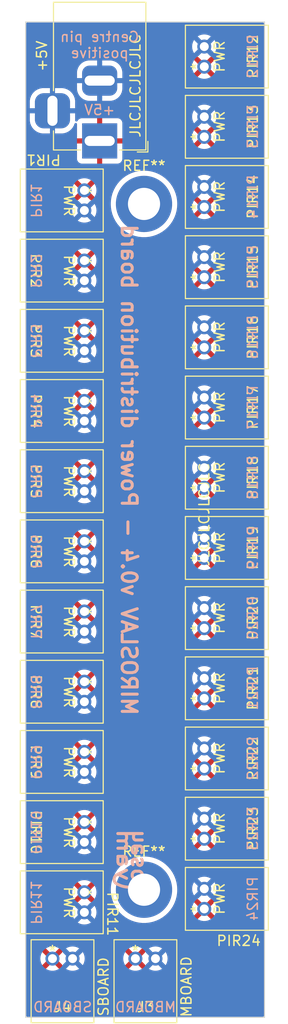
<source format=kicad_pcb>
(kicad_pcb (version 20240108) (generator "pcbnew") (generator_version "8.0")
  (layers (0 "F.Cu" signal) (31 "B.Cu" signal) (34 "B.Paste" user) (35 "F.Paste" user) (36 "B.SilkS" user "B.Silkscreen") (37 "F.SilkS" user "F.Silkscreen") (38 "B.Mask" user) (39 "F.Mask" user) (44 "Edge.Cuts" user))
  (net 0 "")
  (net 1 "+5V")
  (net 2 "GND")
  (footprint "miro-v04:TE_HDI_2_horiz_altsilk" (layer "F.Cu") (at 99.06 41.402001 -90)
    (property "Reference" "PIR1" (at -3.048001 4.064 180) (layer "F.SilkS"))
    (property "Value" "PWR" (at 1.016 1.524 -90) (layer "F.SilkS"))
    (fp_line (start -2.1242 6.377) (end 4.1242 6.377) (stroke (width 0.12)) (layer "F.SilkS"))
    (fp_line (start 4.1242 6.377) (end 4.1242 -1.878) (stroke (width 0.12)) (layer "F.SilkS"))
    (fp_line (start -2.1242 -1.878) (end -2.1242 6.377) (stroke (width 0.12)) (layer "F.SilkS"))
    (fp_line (start 4.1242 -1.878) (end -2.1242 -1.878) (stroke (width 0.12)) (layer "F.SilkS"))
    (fp_text user "${REFERENCE}" (at 1.016 4.826 -90) (layer "B.SilkS") (effects (justify mirror)))
    (fp_text user "*" (at 0 -0.762 90) (layer "F.SilkS"))
    (pad "1" thru_hole circle (at -0.000001 0 270) (size 1.397 1.397) (drill 0.889) (layers "*.Cu" "*.Mask") (net 1 "+5V"))
    (pad "2" thru_hole circle (at 2.000001 0 270) (size 1.397 1.397) (drill 0.889) (layers "*.Cu" "*.Mask") (net 2 "GND"))
  )
  (footprint "miro-v04:TE_HDI_2_horiz_altsilk" (layer "F.Cu") (at 99.06 55.372001 -90)
    (property "Reference" "PIR3" (at 1.016 4.826 -90) (layer "F.SilkS"))
    (property "Value" "PWR" (at 1.016 1.524 -90) (layer "F.SilkS"))
    (fp_line (start -2.1242 6.377) (end 4.1242 6.377) (stroke (width 0.12)) (layer "F.SilkS"))
    (fp_line (start 4.1242 6.377) (end 4.1242 -1.878) (stroke (width 0.12)) (layer "F.SilkS"))
    (fp_line (start -2.1242 -1.878) (end -2.1242 6.377) (stroke (width 0.12)) (layer "F.SilkS"))
    (fp_line (start 4.1242 -1.878) (end -2.1242 -1.878) (stroke (width 0.12)) (layer "F.SilkS"))
    (fp_text user "${REFERENCE}" (at 1.016 4.826 -90) (layer "B.SilkS") (effects (justify mirror)))
    (fp_text user "*" (at 0 -0.762 90) (layer "F.SilkS"))
    (pad "1" thru_hole circle (at -0.000001 0 270) (size 1.397 1.397) (drill 0.889) (layers "*.Cu" "*.Mask") (net 1 "+5V"))
    (pad "2" thru_hole circle (at 2.000001 0 270) (size 1.397 1.397) (drill 0.889) (layers "*.Cu" "*.Mask") (net 2 "GND"))
  )
  (footprint "miro-v04:TE_HDI_2_horiz_altsilk" (layer "F.Cu") (at 99.06 62.357 -90)
    (property "Reference" "PIR4" (at 1.016 4.826 -90) (layer "F.SilkS"))
    (property "Value" "PWR" (at 1.016 1.524 -90) (layer "F.SilkS"))
    (fp_line (start -2.1242 6.377) (end 4.1242 6.377) (stroke (width 0.12)) (layer "F.SilkS"))
    (fp_line (start 4.1242 6.377) (end 4.1242 -1.878) (stroke (width 0.12)) (layer "F.SilkS"))
    (fp_line (start -2.1242 -1.878) (end -2.1242 6.377) (stroke (width 0.12)) (layer "F.SilkS"))
    (fp_line (start 4.1242 -1.878) (end -2.1242 -1.878) (stroke (width 0.12)) (layer "F.SilkS"))
    (fp_text user "${REFERENCE}" (at 1.016 4.826 -90) (layer "B.SilkS") (effects (justify mirror)))
    (fp_text user "*" (at 0 -0.762 90) (layer "F.SilkS"))
    (pad "1" thru_hole circle (at -0.000001 0 270) (size 1.397 1.397) (drill 0.889) (layers "*.Cu" "*.Mask") (net 1 "+5V"))
    (pad "2" thru_hole circle (at 2.000001 0 270) (size 1.397 1.397) (drill 0.889) (layers "*.Cu" "*.Mask") (net 2 "GND"))
  )
  (footprint "miro-v04:TE_HDI_2_horiz_altsilk" (layer "F.Cu") (at 99.06 69.342 -90)
    (property "Reference" "PIR5" (at 1.016 4.826 -90) (layer "F.SilkS"))
    (property "Value" "PWR" (at 1.016 1.524 -90) (layer "F.SilkS"))
    (fp_line (start -2.1242 6.377) (end 4.1242 6.377) (stroke (width 0.12)) (layer "F.SilkS"))
    (fp_line (start 4.1242 6.377) (end 4.1242 -1.878) (stroke (width 0.12)) (layer "F.SilkS"))
    (fp_line (start -2.1242 -1.878) (end -2.1242 6.377) (stroke (width 0.12)) (layer "F.SilkS"))
    (fp_line (start 4.1242 -1.878) (end -2.1242 -1.878) (stroke (width 0.12)) (layer "F.SilkS"))
    (fp_text user "${REFERENCE}" (at 1.016 4.826 -90) (layer "B.SilkS") (effects (justify mirror)))
    (fp_text user "*" (at 0 -0.762 90) (layer "F.SilkS"))
    (pad "1" thru_hole circle (at -0.000001 0 270) (size 1.397 1.397) (drill 0.889) (layers "*.Cu" "*.Mask") (net 1 "+5V"))
    (pad "2" thru_hole circle (at 2.000001 0 270) (size 1.397 1.397) (drill 0.889) (layers "*.Cu" "*.Mask") (net 2 "GND"))
  )
  (footprint "miro-v04:TE_HDI_2_horiz_altsilk" (layer "F.Cu") (at 99.06 76.327 -90)
    (property "Reference" "PIR6" (at 1.016 4.826 -90) (layer "F.SilkS"))
    (property "Value" "PWR" (at 1.016 1.524 -90) (layer "F.SilkS"))
    (fp_line (start -2.1242 6.377) (end 4.1242 6.377) (stroke (width 0.12)) (layer "F.SilkS"))
    (fp_line (start 4.1242 6.377) (end 4.1242 -1.878) (stroke (width 0.12)) (layer "F.SilkS"))
    (fp_line (start -2.1242 -1.878) (end -2.1242 6.377) (stroke (width 0.12)) (layer "F.SilkS"))
    (fp_line (start 4.1242 -1.878) (end -2.1242 -1.878) (stroke (width 0.12)) (layer "F.SilkS"))
    (fp_text user "${REFERENCE}" (at 1.016 4.826 -90) (layer "B.SilkS") (effects (justify mirror)))
    (fp_text user "*" (at 0 -0.762 90) (layer "F.SilkS"))
    (pad "1" thru_hole circle (at -0.000001 0 270) (size 1.397 1.397) (drill 0.889) (layers "*.Cu" "*.Mask") (net 1 "+5V"))
    (pad "2" thru_hole circle (at 2.000001 0 270) (size 1.397 1.397) (drill 0.889) (layers "*.Cu" "*.Mask") (net 2 "GND"))
  )
  (footprint "miro-v04:TE_HDI_2_horiz_altsilk" (layer "F.Cu") (at 99.06 83.312 -90)
    (property "Reference" "PIR7" (at 1.016 4.826 -90) (layer "F.SilkS"))
    (property "Value" "PWR" (at 1.016 1.524 -90) (layer "F.SilkS"))
    (fp_line (start -2.1242 6.377) (end 4.1242 6.377) (stroke (width 0.12)) (layer "F.SilkS"))
    (fp_line (start 4.1242 6.377) (end 4.1242 -1.878) (stroke (width 0.12)) (layer "F.SilkS"))
    (fp_line (start -2.1242 -1.878) (end -2.1242 6.377) (stroke (width 0.12)) (layer "F.SilkS"))
    (fp_line (start 4.1242 -1.878) (end -2.1242 -1.878) (stroke (width 0.12)) (layer "F.SilkS"))
    (fp_text user "${REFERENCE}" (at 1.016 4.826 -90) (layer "B.SilkS") (effects (justify mirror)))
    (fp_text user "*" (at 0 -0.762 90) (layer "F.SilkS"))
    (pad "1" thru_hole circle (at -0.000001 0 270) (size 1.397 1.397) (drill 0.889) (layers "*.Cu" "*.Mask") (net 1 "+5V"))
    (pad "2" thru_hole circle (at 2.000001 0 270) (size 1.397 1.397) (drill 0.889) (layers "*.Cu" "*.Mask") (net 2 "GND"))
  )
  (footprint "miro-v04:TE_HDI_2_horiz_altsilk" (layer "F.Cu") (at 99.06 90.297 -90)
    (property "Reference" "PIR8" (at 1.016 4.826 -90) (layer "F.SilkS"))
    (property "Value" "PWR" (at 1.016 1.524 -90) (layer "F.SilkS"))
    (fp_line (start -2.1242 6.377) (end 4.1242 6.377) (stroke (width 0.12)) (layer "F.SilkS"))
    (fp_line (start 4.1242 6.377) (end 4.1242 -1.878) (stroke (width 0.12)) (layer "F.SilkS"))
    (fp_line (start -2.1242 -1.878) (end -2.1242 6.377) (stroke (width 0.12)) (layer "F.SilkS"))
    (fp_line (start 4.1242 -1.878) (end -2.1242 -1.878) (stroke (width 0.12)) (layer "F.SilkS"))
    (fp_text user "${REFERENCE}" (at 1.016 4.826 -90) (layer "B.SilkS") (effects (justify mirror)))
    (fp_text user "*" (at 0 -0.762 90) (layer "F.SilkS"))
    (pad "1" thru_hole circle (at -0.000001 0 270) (size 1.397 1.397) (drill 0.889) (layers "*.Cu" "*.Mask") (net 1 "+5V"))
    (pad "2" thru_hole circle (at 2.000001 0 270) (size 1.397 1.397) (drill 0.889) (layers "*.Cu" "*.Mask") (net 2 "GND"))
  )
  (footprint "miro-v04:TE_HDI_2_horiz_altsilk" (layer "F.Cu") (at 99.06 97.282 -90)
    (property "Reference" "PIR9" (at 1.016 4.826 -90) (layer "F.SilkS"))
    (property "Value" "PWR" (at 1.016 1.524 -90) (layer "F.SilkS"))
    (fp_line (start -2.1242 6.377) (end 4.1242 6.377) (stroke (width 0.12)) (layer "F.SilkS"))
    (fp_line (start 4.1242 6.377) (end 4.1242 -1.878) (stroke (width 0.12)) (layer "F.SilkS"))
    (fp_line (start -2.1242 -1.878) (end -2.1242 6.377) (stroke (width 0.12)) (layer "F.SilkS"))
    (fp_line (start 4.1242 -1.878) (end -2.1242 -1.878) (stroke (width 0.12)) (layer "F.SilkS"))
    (fp_text user "${REFERENCE}" (at 1.016 4.826 -90) (layer "B.SilkS") (effects (justify mirror)))
    (fp_text user "*" (at 0 -0.762 90) (layer "F.SilkS"))
    (pad "1" thru_hole circle (at -0.000001 0 270) (size 1.397 1.397) (drill 0.889) (layers "*.Cu" "*.Mask") (net 1 "+5V"))
    (pad "2" thru_hole circle (at 2.000001 0 270) (size 1.397 1.397) (drill 0.889) (layers "*.Cu" "*.Mask") (net 2 "GND"))
  )
  (footprint "miro-v04:TE_HDI_2_horiz_altsilk" (layer "F.Cu") (at 99.06 104.267 -90)
    (property "Reference" "PIR10" (at 1.016 4.826 -90) (layer "F.SilkS"))
    (property "Value" "PWR" (at 1.016 1.524 -90) (layer "F.SilkS"))
    (fp_line (start -2.1242 6.377) (end 4.1242 6.377) (stroke (width 0.12)) (layer "F.SilkS"))
    (fp_line (start 4.1242 6.377) (end 4.1242 -1.878) (stroke (width 0.12)) (layer "F.SilkS"))
    (fp_line (start -2.1242 -1.878) (end -2.1242 6.377) (stroke (width 0.12)) (layer "F.SilkS"))
    (fp_line (start 4.1242 -1.878) (end -2.1242 -1.878) (stroke (width 0.12)) (layer "F.SilkS"))
    (fp_text user "${REFERENCE}" (at 1.016 4.826 -90) (layer "B.SilkS") (effects (justify mirror)))
    (fp_text user "*" (at 0 -0.762 90) (layer "F.SilkS"))
    (pad "1" thru_hole circle (at -0.000001 0 270) (size 1.397 1.397) (drill 0.889) (layers "*.Cu" "*.Mask") (net 1 "+5V"))
    (pad "2" thru_hole circle (at 2.000001 0 270) (size 1.397 1.397) (drill 0.889) (layers "*.Cu" "*.Mask") (net 2 "GND"))
  )
  (footprint "Connector_BarrelJack:BarrelJack_Horizontal" (layer "F.Cu") (at 100.585 36.48 -90)
    (property "Reference" "+5V" (at -8.45 5.75 90) (layer "F.SilkS"))
    (property "Value" "PWR IN")
    (fp_line (start -13.8 4.6) (end -13.8 -4.6) (stroke (width 0.12)) (layer "F.SilkS"))
    (fp_line (start -5 4.6) (end -13.8 4.6) (stroke (width 0.12)) (layer "F.SilkS"))
    (fp_line (start 0.9 4.6) (end -1 4.6) (stroke (width 0.12)) (layer "F.SilkS"))
    (fp_line (start 0.9 1.9) (end 0.9 4.6) (stroke (width 0.12)) (layer "F.SilkS"))
    (fp_line (start 1.1 -3.75) (end 1.1 -4.8) (stroke (width 0.12)) (layer "F.SilkS"))
    (fp_line (start -13.8 -4.6) (end 0.9 -4.6) (stroke (width 0.12)) (layer "F.SilkS"))
    (fp_line (start 0.9 -4.6) (end 0.9 -2) (stroke (width 0.12)) (layer "F.SilkS"))
    (fp_line (start 0.05 -4.8) (end 1.1 -4.8) (stroke (width 0.12)) (layer "F.SilkS"))
    (pad "1" thru_hole rect (at 0 0 270) (size 3.5 3.5) (drill oval 1 3) (layers "*.Cu" "*.Mask") (net 1 "+5V"))
    (pad "2" thru_hole roundrect (at -6 0 270) (size 3 3.5) (drill oval 1 3) (layers "*.Cu" "*.Mask") (net 2 "GND"))
    (pad "3" thru_hole roundrect (at -3 4.7 270) (size 3.5 3.5) (drill oval 3 1) (layers "*.Cu" "*.Mask") (net 2 "GND"))
  )
  (footprint "miro-v04:TE_HDI_2_horiz_altsilk" (layer "F.Cu") (at 99.06 48.387 -90)
    (property "Reference" "PIR2" (at 1.016 4.826 -90) (layer "F.SilkS"))
    (property "Value" "PWR" (at 1.016 1.524 -90) (layer "F.SilkS"))
    (fp_line (start -2.1242 6.377) (end 4.1242 6.377) (stroke (width 0.12)) (layer "F.SilkS"))
    (fp_line (start 4.1242 6.377) (end 4.1242 -1.878) (stroke (width 0.12)) (layer "F.SilkS"))
    (fp_line (start -2.1242 -1.878) (end -2.1242 6.377) (stroke (width 0.12)) (layer "F.SilkS"))
    (fp_line (start 4.1242 -1.878) (end -2.1242 -1.878) (stroke (width 0.12)) (layer "F.SilkS"))
    (fp_text user "${REFERENCE}" (at 1.016 4.826 -90) (layer "B.SilkS") (effects (justify mirror)))
    (fp_text user "*" (at 0 -0.762 90) (layer "F.SilkS"))
    (pad "1" thru_hole circle (at -0.000001 0 270) (size 1.397 1.397) (drill 0.889) (layers "*.Cu" "*.Mask") (net 1 "+5V"))
    (pad "2" thru_hole circle (at 2.000001 0 270) (size 1.397 1.397) (drill 0.889) (layers "*.Cu" "*.Mask") (net 2 "GND"))
  )
  (footprint "miro-v04:TE_HDI_2_horiz_altsilk" (layer "F.Cu") (at 111 50.044998 90)
    (property "Reference" "PIR15" (at 1.016 4.826 90) (layer "F.SilkS"))
    (property "Value" "PWR" (at 1.016 1.524 90) (layer "F.SilkS"))
    (fp_line (start 4.1242 -1.878) (end -2.1242 -1.878) (stroke (width 0.12)) (layer "F.SilkS"))
    (fp_line (start -2.1242 -1.878) (end -2.1242 6.377) (stroke (width 0.12)) (layer "F.SilkS"))
    (fp_line (start 4.1242 6.377) (end 4.1242 -1.878) (stroke (width 0.12)) (layer "F.SilkS"))
    (fp_line (start -2.1242 6.377) (end 4.1242 6.377) (stroke (width 0.12)) (layer "F.SilkS"))
    (fp_text user "${REFERENCE}" (at 1.016 4.826 90) (layer "B.SilkS") (effects (justify mirror)))
    (fp_text user "*" (at 0 -0.762 90) (layer "F.SilkS"))
    (pad "1" thru_hole circle (at -0.000001 0 90) (size 1.397 1.397) (drill 0.889) (layers "*.Cu" "*.Mask") (net 1 "+5V"))
    (pad "2" thru_hole circle (at 2.000001 0 90) (size 1.397 1.397) (drill 0.889) (layers "*.Cu" "*.Mask") (net 2 "GND"))
  )
  (footprint "miro-v04:TE_HDI_2_horiz_altsilk" (layer "F.Cu") (at 95.885 117.856)
    (property "Reference" "J4" (at 1.016 4.826 0) (layer "F.SilkS"))
    (property "Value" "SBOARD" (at 5.08 2.794 90) (layer "F.SilkS"))
    (fp_line (start -2.1242 -1.878) (end -2.1242 6.377) (stroke (width 0.12)) (layer "F.SilkS"))
    (fp_line (start -2.1242 6.377) (end 4.1242 6.377) (stroke (width 0.12)) (layer "F.SilkS"))
    (fp_line (start 4.1242 -1.878) (end -2.1242 -1.878) (stroke (width 0.12)) (layer "F.SilkS"))
    (fp_line (start 4.1242 6.377) (end 4.1242 -1.878) (stroke (width 0.12)) (layer "F.SilkS"))
    (fp_text user "SBOARD" (at 1.016 4.826 0) (layer "B.SilkS") (effects (justify mirror)))
    (fp_text user "*" (at 0 -0.762 0) (layer "F.SilkS"))
    (pad "1" thru_hole circle (at -0.000001 0) (size 1.397 1.397) (drill 0.889) (layers "*.Cu" "*.Mask") (net 1 "+5V"))
    (pad "2" thru_hole circle (at 2.000001 0) (size 1.397 1.397) (drill 0.889) (layers "*.Cu" "*.Mask") (net 2 "GND"))
  )
  (footprint "miro-v04:TE_HDI_2_horiz_altsilk" (layer "F.Cu") (at 111 70.999999 90)
    (property "Reference" "PIR18" (at 1.016 4.826 90) (layer "F.SilkS"))
    (property "Value" "PWR" (at 1.016 1.524 90) (layer "F.SilkS"))
    (fp_line (start 4.1242 -1.878) (end -2.1242 -1.878) (stroke (width 0.12)) (layer "F.SilkS"))
    (fp_line (start -2.1242 -1.878) (end -2.1242 6.377) (stroke (width 0.12)) (layer "F.SilkS"))
    (fp_line (start 4.1242 6.377) (end 4.1242 -1.878) (stroke (width 0.12)) (layer "F.SilkS"))
    (fp_line (start -2.1242 6.377) (end 4.1242 6.377) (stroke (width 0.12)) (layer "F.SilkS"))
    (fp_text user "${REFERENCE}" (at 1.016 4.826 90) (layer "B.SilkS") (effects (justify mirror)))
    (fp_text user "*" (at 0 -0.762 90) (layer "F.SilkS"))
    (pad "1" thru_hole circle (at -0.000001 0 90) (size 1.397 1.397) (drill 0.889) (layers "*.Cu" "*.Mask") (net 1 "+5V"))
    (pad "2" thru_hole circle (at 2.000001 0 90) (size 1.397 1.397) (drill 0.889) (layers "*.Cu" "*.Mask") (net 2 "GND"))
  )
  (footprint "miro-v04:TE_HDI_2_horiz_altsilk" (layer "F.Cu") (at 111 98.939999 90)
    (property "Reference" "PIR22" (at 1.016 4.826 90) (layer "F.SilkS"))
    (property "Value" "PWR" (at 1.016 1.524 90) (layer "F.SilkS"))
    (fp_line (start 4.1242 -1.878) (end -2.1242 -1.878) (stroke (width 0.12)) (layer "F.SilkS"))
    (fp_line (start -2.1242 -1.878) (end -2.1242 6.377) (stroke (width 0.12)) (layer "F.SilkS"))
    (fp_line (start 4.1242 6.377) (end 4.1242 -1.878) (stroke (width 0.12)) (layer "F.SilkS"))
    (fp_line (start -2.1242 6.377) (end 4.1242 6.377) (stroke (width 0.12)) (layer "F.SilkS"))
    (fp_text user "${REFERENCE}" (at 1.016 4.826 90) (layer "B.SilkS") (effects (justify mirror)))
    (fp_text user "*" (at 0 -0.762 90) (layer "F.SilkS"))
    (pad "1" thru_hole circle (at -0.000001 0 90) (size 1.397 1.397) (drill 0.889) (layers "*.Cu" "*.Mask") (net 1 "+5V"))
    (pad "2" thru_hole circle (at 2.000001 0 90) (size 1.397 1.397) (drill 0.889) (layers "*.Cu" "*.Mask") (net 2 "GND"))
  )
  (footprint "miro-v04:TE_HDI_2_horiz_altsilk" (layer "F.Cu") (at 111 84.969999 90)
    (property "Reference" "PIR20" (at 1.016 4.826 90) (layer "F.SilkS"))
    (property "Value" "PWR" (at 1.016 1.524 90) (layer "F.SilkS"))
    (fp_line (start 4.1242 -1.878) (end -2.1242 -1.878) (stroke (width 0.12)) (layer "F.SilkS"))
    (fp_line (start -2.1242 -1.878) (end -2.1242 6.377) (stroke (width 0.12)) (layer "F.SilkS"))
    (fp_line (start 4.1242 6.377) (end 4.1242 -1.878) (stroke (width 0.12)) (layer "F.SilkS"))
    (fp_line (start -2.1242 6.377) (end 4.1242 6.377) (stroke (width 0.12)) (layer "F.SilkS"))
    (fp_text user "${REFERENCE}" (at 1.016 4.826 90) (layer "B.SilkS") (effects (justify mirror)))
    (fp_text user "*" (at 0 -0.762 90) (layer "F.SilkS"))
    (pad "1" thru_hole circle (at -0.000001 0 90) (size 1.397 1.397) (drill 0.889) (layers "*.Cu" "*.Mask") (net 1 "+5V"))
    (pad "2" thru_hole circle (at 2.000001 0 90) (size 1.397 1.397) (drill 0.889) (layers "*.Cu" "*.Mask") (net 2 "GND"))
  )
  (footprint "miro-v04:TE_HDI_2_horiz_altsilk" (layer "F.Cu") (at 104.140001 117.856)
    (property "Reference" "J3" (at 1.016 4.826 0) (layer "F.SilkS"))
    (property "Value" "MBOARD" (at 5.079999 2.794 90) (layer "F.SilkS"))
    (fp_line (start -2.1242 -1.878) (end -2.1242 6.377) (stroke (width 0.12)) (layer "F.SilkS"))
    (fp_line (start -2.1242 6.377) (end 4.1242 6.377) (stroke (width 0.12)) (layer "F.SilkS"))
    (fp_line (start 4.1242 -1.878) (end -2.1242 -1.878) (stroke (width 0.12)) (layer "F.SilkS"))
    (fp_line (start 4.1242 6.377) (end 4.1242 -1.878) (stroke (width 0.12)) (layer "F.SilkS"))
    (fp_text user "MBOARD" (at 1.016 4.826 0) (layer "B.SilkS") (effects (justify mirror)))
    (fp_text user "*" (at 0 -0.762 0) (layer "F.SilkS"))
    (pad "1" thru_hole circle (at -0.000001 0) (size 1.397 1.397) (drill 0.889) (layers "*.Cu" "*.Mask") (net 1 "+5V"))
    (pad "2" thru_hole circle (at 2.000001 0) (size 1.397 1.397) (drill 0.889) (layers "*.Cu" "*.Mask") (net 2 "GND"))
  )
  (footprint "miro-v04:TE_HDI_2_horiz_altsilk" (layer "F.Cu") (at 111 36.074999 90)
    (property "Reference" "PIR13" (at 1.016 4.826 90) (layer "F.SilkS"))
    (property "Value" "PWR" (at 1.016 1.524 90) (layer "F.SilkS"))
    (fp_line (start 4.1242 -1.878) (end -2.1242 -1.878) (stroke (width 0.12)) (layer "F.SilkS"))
    (fp_line (start -2.1242 -1.878) (end -2.1242 6.377) (stroke (width 0.12)) (layer "F.SilkS"))
    (fp_line (start 4.1242 6.377) (end 4.1242 -1.878) (stroke (width 0.12)) (layer "F.SilkS"))
    (fp_line (start -2.1242 6.377) (end 4.1242 6.377) (stroke (width 0.12)) (layer "F.SilkS"))
    (fp_text user "${REFERENCE}" (at 1.016 4.826 90) (layer "B.SilkS") (effects (justify mirror)))
    (fp_text user "*" (at 0 -0.762 90) (layer "F.SilkS"))
    (pad "1" thru_hole circle (at -0.000001 0 90) (size 1.397 1.397) (drill 0.889) (layers "*.Cu" "*.Mask") (net 1 "+5V"))
    (pad "2" thru_hole circle (at 2.000001 0 90) (size 1.397 1.397) (drill 0.889) (layers "*.Cu" "*.Mask") (net 2 "GND"))
  )
  (footprint "miro-v04:TE_HDI_2_horiz_altsilk" (layer "F.Cu") (at 111 77.984998 90)
    (property "Reference" "PIR19" (at 1.016 4.826 90) (layer "F.SilkS"))
    (property "Value" "PWR" (at 1.016 1.524 90) (layer "F.SilkS"))
    (fp_line (start 4.1242 -1.878) (end -2.1242 -1.878) (stroke (width 0.12)) (layer "F.SilkS"))
    (fp_line (start -2.1242 -1.878) (end -2.1242 6.377) (stroke (width 0.12)) (layer "F.SilkS"))
    (fp_line (start 4.1242 6.377) (end 4.1242 -1.878) (stroke (width 0.12)) (layer "F.SilkS"))
    (fp_line (start -2.1242 6.377) (end 4.1242 6.377) (stroke (width 0.12)) (layer "F.SilkS"))
    (fp_text user "${REFERENCE}" (at 1.016 4.826 90) (layer "B.SilkS") (effects (justify mirror)))
    (fp_text user "*" (at 0 -0.762 90) (layer "F.SilkS"))
    (pad "1" thru_hole circle (at -0.000001 0 90) (size 1.397 1.397) (drill 0.889) (layers "*.Cu" "*.Mask") (net 1 "+5V"))
    (pad "2" thru_hole circle (at 2.000001 0 90) (size 1.397 1.397) (drill 0.889) (layers "*.Cu" "*.Mask") (net 2 "GND"))
  )
  (footprint "miro-v04:TE_HDI_2_horiz_altsilk" (layer "F.Cu") (at 111 91.954999 90)
    (property "Reference" "PIR21" (at 1.016 4.826 90) (layer "F.SilkS"))
    (property "Value" "PWR" (at 1.016 1.524 90) (layer "F.SilkS"))
    (fp_line (start 4.1242 -1.878) (end -2.1242 -1.878) (stroke (width 0.12)) (layer "F.SilkS"))
    (fp_line (start -2.1242 -1.878) (end -2.1242 6.377) (stroke (width 0.12)) (layer "F.SilkS"))
    (fp_line (start 4.1242 6.377) (end 4.1242 -1.878) (stroke (width 0.12)) (layer "F.SilkS"))
    (fp_line (start -2.1242 6.377) (end 4.1242 6.377) (stroke (width 0.12)) (layer "F.SilkS"))
    (fp_text user "${REFERENCE}" (at 1.016 4.826 90) (layer "B.SilkS") (effects (justify mirror)))
    (fp_text user "*" (at 0 -0.762 90) (layer "F.SilkS"))
    (pad "1" thru_hole circle (at -0.000001 0 90) (size 1.397 1.397) (drill 0.889) (layers "*.Cu" "*.Mask") (net 1 "+5V"))
    (pad "2" thru_hole circle (at 2.000001 0 90) (size 1.397 1.397) (drill 0.889) (layers "*.Cu" "*.Mask") (net 2 "GND"))
  )
  (footprint "miro-v04:TE_HDI_2_horiz_altsilk" (layer "F.Cu") (at 111 57.029999 90)
    (property "Reference" "PIR16" (at 1.016 4.826 90) (layer "F.SilkS"))
    (property "Value" "PWR" (at 1.016 1.524 90) (layer "F.SilkS"))
    (fp_line (start 4.1242 -1.878) (end -2.1242 -1.878) (stroke (width 0.12)) (layer "F.SilkS"))
    (fp_line (start -2.1242 -1.878) (end -2.1242 6.377) (stroke (width 0.12)) (layer "F.SilkS"))
    (fp_line (start 4.1242 6.377) (end 4.1242 -1.878) (stroke (width 0.12)) (layer "F.SilkS"))
    (fp_line (start -2.1242 6.377) (end 4.1242 6.377) (stroke (width 0.12)) (layer "F.SilkS"))
    (fp_text user "${REFERENCE}" (at 1.016 4.826 90) (layer "B.SilkS") (effects (justify mirror)))
    (fp_text user "*" (at 0 -0.762 90) (layer "F.SilkS"))
    (pad "1" thru_hole circle (at -0.000001 0 90) (size 1.397 1.397) (drill 0.889) (layers "*.Cu" "*.Mask") (net 1 "+5V"))
    (pad "2" thru_hole circle (at 2.000001 0 90) (size 1.397 1.397) (drill 0.889) (layers "*.Cu" "*.Mask") (net 2 "GND"))
  )
  (footprint "miro-v04:TE_HDI_2_horiz_altsilk" (layer "F.Cu") (at 111 112.909998 90)
    (property "Reference" "PIR24" (at -3.175001 3.429 0) (layer "F.SilkS"))
    (property "Value" "PWR" (at 1.016 1.524 90) (layer "F.SilkS"))
    (fp_line (start 4.1242 -1.878) (end -2.1242 -1.878) (stroke (width 0.12)) (layer "F.SilkS"))
    (fp_line (start -2.1242 -1.878) (end -2.1242 6.377) (stroke (width 0.12)) (layer "F.SilkS"))
    (fp_line (start 4.1242 6.377) (end 4.1242 -1.878) (stroke (width 0.12)) (layer "F.SilkS"))
    (fp_line (start -2.1242 6.377) (end 4.1242 6.377) (stroke (width 0.12)) (layer "F.SilkS"))
    (fp_text user "${REFERENCE}" (at 1.016 4.826 90) (layer "B.SilkS") (effects (justify mirror)))
    (fp_text user "*" (at 0 -0.762 90) (layer "F.SilkS"))
    (pad "1" thru_hole circle (at -0.000001 0 90) (size 1.397 1.397) (drill 0.889) (layers "*.Cu" "*.Mask") (net 1 "+5V"))
    (pad "2" thru_hole circle (at 2.000001 0 90) (size 1.397 1.397) (drill 0.889) (layers "*.Cu" "*.Mask") (net 2 "GND"))
  )
  (footprint "miro-v04:TE_HDI_2_horiz_altsilk" (layer "F.Cu") (at 111 43.059999 90)
    (property "Reference" "PIR14" (at 1.016 4.826 90) (layer "F.SilkS"))
    (property "Value" "PWR" (at 1.016 1.524 90) (layer "F.SilkS"))
    (fp_line (start 4.1242 -1.878) (end -2.1242 -1.878) (stroke (width 0.12)) (layer "F.SilkS"))
    (fp_line (start -2.1242 -1.878) (end -2.1242 6.377) (stroke (width 0.12)) (layer "F.SilkS"))
    (fp_line (start 4.1242 6.377) (end 4.1242 -1.878) (stroke (width 0.12)) (layer "F.SilkS"))
    (fp_line (start -2.1242 6.377) (end 4.1242 6.377) (stroke (width 0.12)) (layer "F.SilkS"))
    (fp_text user "${REFERENCE}" (at 1.016 4.826 90) (layer "B.SilkS") (effects (justify mirror)))
    (fp_text user "*" (at 0 -0.762 90) (layer "F.SilkS"))
    (pad "1" thru_hole circle (at -0.000001 0 90) (size 1.397 1.397) (drill 0.889) (layers "*.Cu" "*.Mask") (net 1 "+5V"))
    (pad "2" thru_hole circle (at 2.000001 0 90) (size 1.397 1.397) (drill 0.889) (layers "*.Cu" "*.Mask") (net 2 "GND"))
  )
  (footprint "miro-v04:TE_HDI_2_horiz_altsilk" (layer "F.Cu") (at 111 64.014998 90)
    (property "Reference" "PIR17" (at 1.016 4.826 90) (layer "F.SilkS"))
    (property "Value" "PWR" (at 1.016 1.524 90) (layer "F.SilkS"))
    (fp_line (start 4.1242 -1.878) (end -2.1242 -1.878) (stroke (width 0.12)) (layer "F.SilkS"))
    (fp_line (start -2.1242 -1.878) (end -2.1242 6.377) (stroke (width 0.12)) (layer "F.SilkS"))
    (fp_line (start 4.1242 6.377) (end 4.1242 -1.878) (stroke (width 0.12)) (layer "F.SilkS"))
    (fp_line (start -2.1242 6.377) (end 4.1242 6.377) (stroke (width 0.12)) (layer "F.SilkS"))
    (fp_text user "${REFERENCE}" (at 1.016 4.826 90) (layer "B.SilkS") (effects (justify mirror)))
    (fp_text user "*" (at 0 -0.762 90) (layer "F.SilkS"))
    (pad "1" thru_hole circle (at -0.000001 0 90) (size 1.397 1.397) (drill 0.889) (layers "*.Cu" "*.Mask") (net 1 "+5V"))
    (pad "2" thru_hole circle (at 2.000001 0 90) (size 1.397 1.397) (drill 0.889) (layers "*.Cu" "*.Mask") (net 2 "GND"))
  )
  (footprint "miro-v04:TE_HDI_2_horiz_altsilk" (layer "F.Cu") (at 111 105.924999 90)
    (property "Reference" "PIR23" (at 1.016 4.826 90) (layer "F.SilkS"))
    (property "Value" "PWR" (at 1.016 1.524 90) (layer "F.SilkS"))
    (fp_line (start 4.1242 -1.878) (end -2.1242 -1.878) (stroke (width 0.12)) (layer "F.SilkS"))
    (fp_line (start -2.1242 -1.878) (end -2.1242 6.377) (stroke (width 0.12)) (layer "F.SilkS"))
    (fp_line (start 4.1242 6.377) (end 4.1242 -1.878) (stroke (width 0.12)) (layer "F.SilkS"))
    (fp_line (start -2.1242 6.377) (end 4.1242 6.377) (stroke (width 0.12)) (layer "F.SilkS"))
    (fp_text user "${REFERENCE}" (at 1.016 4.826 90) (layer "B.SilkS") (effects (justify mirror)))
    (fp_text user "*" (at 0 -0.762 90) (layer "F.SilkS"))
    (pad "1" thru_hole circle (at -0.000001 0 90) (size 1.397 1.397) (drill 0.889) (layers "*.Cu" "*.Mask") (net 1 "+5V"))
    (pad "2" thru_hole circle (at 2.000001 0 90) (size 1.397 1.397) (drill 0.889) (layers "*.Cu" "*.Mask") (net 2 "GND"))
  )
  (footprint "miro-v04:TE_HDI_2_horiz_altsilk" (layer "F.Cu") (at 111 29.089999 90)
    (property "Reference" "PIR12" (at 1.016 4.826 90) (layer "F.SilkS"))
    (property "Value" "PWR" (at 1.016 1.524 90) (layer "F.SilkS"))
    (fp_line (start 4.1242 -1.878) (end -2.1242 -1.878) (stroke (width 0.12)) (layer "F.SilkS"))
    (fp_line (start -2.1242 -1.878) (end -2.1242 6.377) (stroke (width 0.12)) (layer "F.SilkS"))
    (fp_line (start 4.1242 6.377) (end 4.1242 -1.878) (stroke (width 0.12)) (layer "F.SilkS"))
    (fp_line (start -2.1242 6.377) (end 4.1242 6.377) (stroke (width 0.12)) (layer "F.SilkS"))
    (fp_text user "${REFERENCE}" (at 1.016 4.826 90) (layer "B.SilkS") (effects (justify mirror)))
    (fp_text user "*" (at 0 -0.762 90) (layer "F.SilkS"))
    (pad "1" thru_hole circle (at -0.000001 0 90) (size 1.397 1.397) (drill 0.889) (layers "*.Cu" "*.Mask") (net 1 "+5V"))
    (pad "2" thru_hole circle (at 2.000001 0 90) (size 1.397 1.397) (drill 0.889) (layers "*.Cu" "*.Mask") (net 2 "GND"))
  )
  (footprint "miro-v04:TE_HDI_2_horiz_altsilk" (layer "F.Cu") (at 99.06 111.252 -90)
    (property "Reference" "PIR11" (at 2.159 -2.794 -90) (layer "F.SilkS"))
    (property "Value" "PWR" (at 1.016 1.524 -90) (layer "F.SilkS"))
    (fp_line (start -2.1242 6.377) (end 4.1242 6.377) (stroke (width 0.12)) (layer "F.SilkS"))
    (fp_line (start 4.1242 6.377) (end 4.1242 -1.878) (stroke (width 0.12)) (layer "F.SilkS"))
    (fp_line (start -2.1242 -1.878) (end -2.1242 6.377) (stroke (width 0.12)) (layer "F.SilkS"))
    (fp_line (start 4.1242 -1.878) (end -2.1242 -1.878) (stroke (width 0.12)) (layer "F.SilkS"))
    (fp_text user "${REFERENCE}" (at 1.016 4.826 -90) (layer "B.SilkS") (effects (justify mirror)))
    (fp_text user "*" (at 0 -0.762 90) (layer "F.SilkS"))
    (pad "1" thru_hole circle (at -0.000001 0 270) (size 1.397 1.397) (drill 0.889) (layers "*.Cu" "*.Mask") (net 1 "+5V"))
    (pad "2" thru_hole circle (at 2.000001 0 270) (size 1.397 1.397) (drill 0.889) (layers "*.Cu" "*.Mask") (net 2 "GND"))
  )
  (footprint "" (layer "F.Cu") (at 100.203 32.385)
    (property "Reference" "" (at 0 0 0) (layer "F.SilkS") (effects (font (size 1.27 1.27))))
    (property "Value" "" (at 0 0 0) (layer "F.SilkS") (effects (font (size 1.27 1.27))))
    (fp_text user "+5V" (at 0.381 1.016 0) (layer "B.SilkS") (effects (justify mirror)))
  )
  (footprint "MountingHole:MountingHole_3.2mm_M3_DIN965_Pad" (layer "F.Cu") (at 105 111)
    (property "Reference" "REF**" (at 0 -3.8 0) (layer "F.SilkS"))
    (property "Value" "MountingHole_3.2mm_M3_DIN965_Pad")
    (pad "1" thru_hole circle (at 0 0) (size 5.6 5.6) (drill 3.2) (layers "*.Cu" "*.Mask"))
  )
  (footprint "MountingHole:MountingHole_3.2mm_M3_DIN965_Pad" (layer "F.Cu") (at 105 42.75)
    (property "Reference" "REF**" (at 0 -3.8 0) (layer "F.SilkS"))
    (property "Value" "MountingHole_3.2mm_M3_DIN965_Pad")
    (pad "1" thru_hole circle (at 0 0) (size 5.6 5.6) (drill 3.2) (layers "*.Cu" "*.Mask"))
  )
  (gr_line (start 104.775 105.41) (end 102.38994 105.41) (stroke (width 0.3)) (layer "B.SilkS"))
  (gr_arc (start 102.315232 110.421955) (mid 102.02272 109.925544) (end 102.387841 109.479816) (stroke (width 0.3)) (layer "B.SilkS"))
  (gr_arc (start 104.494123 110.542668) (mid 103.411624 110.740767) (end 102.35184 110.44428) (stroke (width 0.3)) (layer "B.SilkS"))
  (gr_line (start 117 24.638) (end 93.218 24.638) (stroke (width 0.1)) (layer "Edge.Cuts"))
  (gr_line (start 117 123.698) (end 117 24.638) (stroke (width 0.1)) (layer "Edge.Cuts"))
  (gr_line (start 93.218 123.698) (end 117 123.698) (stroke (width 0.1)) (layer "Edge.Cuts"))
  (gr_line (start 93.218 24.638) (end 93.218 123.698) (stroke (width 0.1)) (layer "Edge.Cuts"))
  (gr_text "MIROSLAV v0.4 - Power distribution board" (at 103.505 69.215 -90) (layer "B.SilkS") (effects (font (size 1.5 1.5) (thickness 0.3)) (justify mirror)))
  (gr_text "vam" (at 102.9843 107.5563 270) (layer "B.SilkS") (effects (font (size 1.3 1.7) (thickness 0.3)) (justify mirror)))
  (gr_text "h" (at 104.23652 105.73258 90) (layer "B.SilkS") (effects (font (size 1.3 1.5) (thickness 0.3)) (justify mirror)))
  (gr_text "eso" (at 104.15016 108.29798 90) (layer "B.SilkS") (effects (font (size 1.5 1.5) (thickness 0.3)) (justify mirror)))
  (gr_text "Centre pin\npositive" (at 100.584 26.924 0) (layer "B.SilkS") (effects (font (size 1 1)) (justify mirror)))
  (gr_text "JLCJLCJLCJLC" (at 110.998 73.66 90) (layer "F.SilkS") (effects (font (size 1 1) (thickness 0.153))))
  (gr_text "JLCJLCJLCJLC" (at 104.14 30.988 90) (layer "F.SilkS") (effects (font (size 1 1))))
  (zone (net 1) (net_name "+5V") (layer "F.Cu") (connect_pads (clearance 0.508)) (min_thickness 0.254) (fill yes (thermal_gap 0.508) (thermal_bridge_width 0.508))
    (polygon (pts (xy 117 123.698) (xy 93.218 123.698) (xy 93.218 24.638) (xy 117 24.638)))
  )
  (zone (net 2) (net_name "GND") (layer "B.Cu") (connect_pads (clearance 0.508)) (min_thickness 0.254) (fill yes (thermal_gap 0.508) (thermal_bridge_width 0.508))
    (polygon (pts (xy 117 123.698) (xy 93.218 123.698) (xy 93.218 24.638) (xy 117 24.638)))
  )
)
</source>
